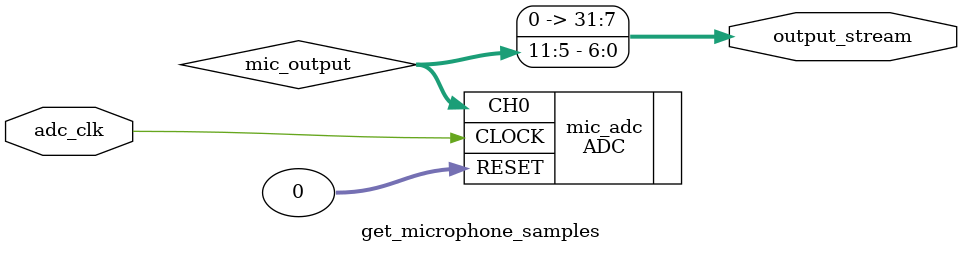
<source format=sv>
module get_microphone_samples #(parameter WIDTH=32)
(
	input adc_clk,
	output [WIDTH-1:0] output_stream
);

	wire [11:0] mic_output;
	ADC mic_adc(
		.CLOCK(adc_clk),
		.RESET(0),
		.CH0(mic_output)
	);
	
	assign output_stream [WIDTH-1:(WIDTH/2)] = 0; //imaginary part is zero
	assign output_stream[((WIDTH/2)-1):12] = 0; //sign extending the value received from the microphone
	assign output_stream[11:0] = mic_output>>5; //value received from the microphone

endmodule
</source>
